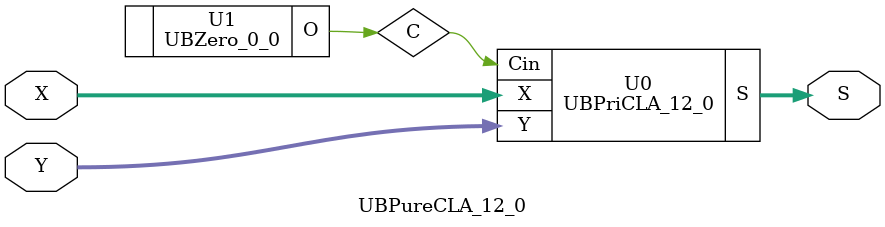
<source format=v>
/*----------------------------------------------------------------------------
  Copyright (c) 2021 Homma laboratory. All rights reserved.

  Top module: UBCLA_12_0_12_0

  Operand-1 length: 13
  Operand-2 length: 13
  Two-operand addition algorithm: Carry look-ahead adder
----------------------------------------------------------------------------*/

module GPGenerator(Go, Po, A, B);
  output Go;
  output Po;
  input A;
  input B;
  assign Go = A & B;
  assign Po = A ^ B;
endmodule

module CLAUnit_13(C, G, P, Cin);
  output [13:1] C;
  input Cin;
  input [12:0] G;
  input [12:0] P;
  assign C[1] = G[0] | ( P[0] & Cin );
  assign C[2] = G[1] | ( P[1] & G[0] ) | ( P[1] & P[0] & Cin );
  assign C[3] = G[2] | ( P[2] & G[1] ) | ( P[2] & P[1] & G[0] ) | ( P[2] & P[1] & P[0] & Cin );
  assign C[4] = G[3] | ( P[3] & G[2] ) | ( P[3] & P[2] & G[1] ) | ( P[3] & P[2] & P[1] & G[0] ) | ( P[3] & P[2] & P[1] & P[0] & Cin );
  assign C[5] = G[4] | ( P[4] & G[3] ) | ( P[4] & P[3] & G[2] ) | ( P[4] & P[3] & P[2] & G[1] ) | ( P[4] & P[3] & P[2] & P[1] & G[0] ) | ( P[4] & P[3] & P[2] & P[1] & P[0] & Cin );
  assign C[6] = G[5] | ( P[5] & G[4] ) | ( P[5] & P[4] & G[3] ) | ( P[5] & P[4] & P[3] & G[2] ) | ( P[5] & P[4] & P[3] & P[2] & G[1] ) | ( P[5] & P[4] & P[3] & P[2] & P[1] & G[0] ) | ( P[5] & P[4] & P[3]
 & P[2] & P[1] & P[0] & Cin );
  assign C[7] = G[6] | ( P[6] & G[5] ) | ( P[6] & P[5] & G[4] ) | ( P[6] & P[5] & P[4] & G[3] ) | ( P[6] & P[5] & P[4] & P[3] & G[2] ) | ( P[6] & P[5] & P[4] & P[3] & P[2] & G[1] ) | ( P[6] & P[5] & P[4]
 & P[3] & P[2] & P[1] & G[0] ) | ( P[6] & P[5] & P[4] & P[3] & P[2] & P[1] & P[0] & Cin );
  assign C[8] = G[7] | ( P[7] & G[6] ) | ( P[7] & P[6] & G[5] ) | ( P[7] & P[6] & P[5] & G[4] ) | ( P[7] & P[6] & P[5] & P[4] & G[3] ) | ( P[7] & P[6] & P[5] & P[4] & P[3] & G[2] ) | ( P[7] & P[6] & P[5]
 & P[4] & P[3] & P[2] & G[1] ) | ( P[7] & P[6] & P[5] & P[4] & P[3] & P[2] & P[1] & G[0] ) | ( P[7] & P[6] & P[5] & P[4] & P[3] & P[2] & P[1] & P[0] & Cin );
  assign C[9] = G[8] | ( P[8] & G[7] ) | ( P[8] & P[7] & G[6] ) | ( P[8] & P[7] & P[6] & G[5] ) | ( P[8] & P[7] & P[6] & P[5] & G[4] ) | ( P[8] & P[7] & P[6] & P[5] & P[4] & G[3] ) | ( P[8] & P[7] & P[6]
 & P[5] & P[4] & P[3] & G[2] ) | ( P[8] & P[7] & P[6] & P[5] & P[4] & P[3] & P[2] & G[1] ) | ( P[8] & P[7] & P[6] & P[5] & P[4] & P[3] & P[2] & P[1] & G[0] ) | ( P[8] & P[7] & P[6] & P[5] & P[4] & P[3]
 & P[2] & P[1] & P[0] & Cin );
  assign C[10] = G[9] | ( P[9] & G[8] ) | ( P[9] & P[8] & G[7] ) | ( P[9] & P[8] & P[7] & G[6] ) | ( P[9] & P[8] & P[7] & P[6] & G[5] ) | ( P[9] & P[8] & P[7] & P[6] & P[5] & G[4] ) | ( P[9] & P[8] & P[7]
 & P[6] & P[5] & P[4] & G[3] ) | ( P[9] & P[8] & P[7] & P[6] & P[5] & P[4] & P[3] & G[2] ) | ( P[9] & P[8] & P[7] & P[6] & P[5] & P[4] & P[3] & P[2] & G[1] ) | ( P[9] & P[8] & P[7] & P[6] & P[5] & P[4]
 & P[3] & P[2] & P[1] & G[0] ) | ( P[9] & P[8] & P[7] & P[6] & P[5] & P[4] & P[3] & P[2] & P[1] & P[0] & Cin );
  assign C[11] = G[10] | ( P[10] & G[9] ) | ( P[10] & P[9] & G[8] ) | ( P[10] & P[9] & P[8] & G[7] ) | ( P[10] & P[9] & P[8] & P[7] & G[6] ) | ( P[10] & P[9] & P[8] & P[7] & P[6] & G[5] ) | ( P[10] & P[9]
 & P[8] & P[7] & P[6] & P[5] & G[4] ) | ( P[10] & P[9] & P[8] & P[7] & P[6] & P[5] & P[4] & G[3] ) | ( P[10] & P[9] & P[8] & P[7] & P[6] & P[5] & P[4] & P[3] & G[2] ) | ( P[10] & P[9] & P[8] & P[7] & P[6]
 & P[5] & P[4] & P[3] & P[2] & G[1] ) | ( P[10] & P[9] & P[8] & P[7] & P[6] & P[5] & P[4] & P[3] & P[2] & P[1] & G[0] ) | ( P[10] & P[9] & P[8] & P[7] & P[6] & P[5] & P[4] & P[3] & P[2] & P[1] & P[0] &
 Cin );
  assign C[12] = G[11] | ( P[11] & G[10] ) | ( P[11] & P[10] & G[9] ) | ( P[11] & P[10] & P[9] & G[8] ) | ( P[11] & P[10] & P[9] & P[8] & G[7] ) | ( P[11] & P[10] & P[9] & P[8] & P[7] & G[6] ) | ( P[11]
 & P[10] & P[9] & P[8] & P[7] & P[6] & G[5] ) | ( P[11] & P[10] & P[9] & P[8] & P[7] & P[6] & P[5] & G[4] ) | ( P[11] & P[10] & P[9] & P[8] & P[7] & P[6] & P[5] & P[4] & G[3] ) | ( P[11] & P[10] & P[9]
 & P[8] & P[7] & P[6] & P[5] & P[4] & P[3] & G[2] ) | ( P[11] & P[10] & P[9] & P[8] & P[7] & P[6] & P[5] & P[4] & P[3] & P[2] & G[1] ) | ( P[11] & P[10] & P[9] & P[8] & P[7] & P[6] & P[5] & P[4] & P[3]
 & P[2] & P[1] & G[0] ) | ( P[11] & P[10] & P[9] & P[8] & P[7] & P[6] & P[5] & P[4] & P[3] & P[2] & P[1] & P[0] & Cin );
  assign C[13] = G[12] | ( P[12] & G[11] ) | ( P[12] & P[11] & G[10] ) | ( P[12] & P[11] & P[10] & G[9] ) | ( P[12] & P[11] & P[10] & P[9] & G[8] ) | ( P[12] & P[11] & P[10] & P[9] & P[8] & G[7] ) | ( P[12]
 & P[11] & P[10] & P[9] & P[8] & P[7] & G[6] ) | ( P[12] & P[11] & P[10] & P[9] & P[8] & P[7] & P[6] & G[5] ) | ( P[12] & P[11] & P[10] & P[9] & P[8] & P[7] & P[6] & P[5] & G[4] ) | ( P[12] & P[11] & P[10]
 & P[9] & P[8] & P[7] & P[6] & P[5] & P[4] & G[3] ) | ( P[12] & P[11] & P[10] & P[9] & P[8] & P[7] & P[6] & P[5] & P[4] & P[3] & G[2] ) | ( P[12] & P[11] & P[10] & P[9] & P[8] & P[7] & P[6] & P[5] & P[4]
 & P[3] & P[2] & G[1] ) | ( P[12] & P[11] & P[10] & P[9] & P[8] & P[7] & P[6] & P[5] & P[4] & P[3] & P[2] & P[1] & G[0] ) | ( P[12] & P[11] & P[10] & P[9] & P[8] & P[7] & P[6] & P[5] & P[4] & P[3] & P[2]
 & P[1] & P[0] & Cin );
endmodule

module UBPriCLA_12_0(S, X, Y, Cin);
  output [13:0] S;
  input Cin;
  input [12:0] X;
  input [12:0] Y;
  wire [13:1] C;
  wire [12:0] G;
  wire [12:0] P;
  assign S[0] = Cin ^ P[0];
  assign S[1] = C[1] ^ P[1];
  assign S[2] = C[2] ^ P[2];
  assign S[3] = C[3] ^ P[3];
  assign S[4] = C[4] ^ P[4];
  assign S[5] = C[5] ^ P[5];
  assign S[6] = C[6] ^ P[6];
  assign S[7] = C[7] ^ P[7];
  assign S[8] = C[8] ^ P[8];
  assign S[9] = C[9] ^ P[9];
  assign S[10] = C[10] ^ P[10];
  assign S[11] = C[11] ^ P[11];
  assign S[12] = C[12] ^ P[12];
  assign S[13] = C[13];
  GPGenerator U0 (G[0], P[0], X[0], Y[0]);
  GPGenerator U1 (G[1], P[1], X[1], Y[1]);
  GPGenerator U2 (G[2], P[2], X[2], Y[2]);
  GPGenerator U3 (G[3], P[3], X[3], Y[3]);
  GPGenerator U4 (G[4], P[4], X[4], Y[4]);
  GPGenerator U5 (G[5], P[5], X[5], Y[5]);
  GPGenerator U6 (G[6], P[6], X[6], Y[6]);
  GPGenerator U7 (G[7], P[7], X[7], Y[7]);
  GPGenerator U8 (G[8], P[8], X[8], Y[8]);
  GPGenerator U9 (G[9], P[9], X[9], Y[9]);
  GPGenerator U10 (G[10], P[10], X[10], Y[10]);
  GPGenerator U11 (G[11], P[11], X[11], Y[11]);
  GPGenerator U12 (G[12], P[12], X[12], Y[12]);
  CLAUnit_13 U13 (C, G, P, Cin);
endmodule

module UBZero_0_0(O);
  output [0:0] O;
  assign O[0] = 0;
endmodule

module UBCLA_12_0_12_0 (S, X, Y);
  output [13:0] S;
  input [12:0] X;
  input [12:0] Y;
  UBPureCLA_12_0 U0 (S[13:0], X[12:0], Y[12:0]);
endmodule

module UBPureCLA_12_0 (S, X, Y);
  output [13:0] S;
  input [12:0] X;
  input [12:0] Y;
  wire C;
  UBPriCLA_12_0 U0 (S, X, Y, C);
  UBZero_0_0 U1 (C);
endmodule


</source>
